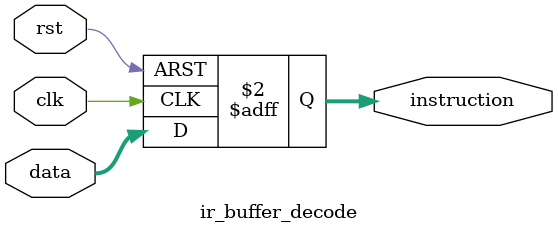
<source format=sv>
module ir_buffer_decode (
    input logic clk,
    input logic rst,
    input logic [31:0] data,
    output logic [31:0] instruction
);

  always_ff @(posedge clk or posedge rst) begin
    if (rst) begin
      instruction <= 32'b0;
    end else begin
      instruction <= data;
    end
  end
endmodule

</source>
